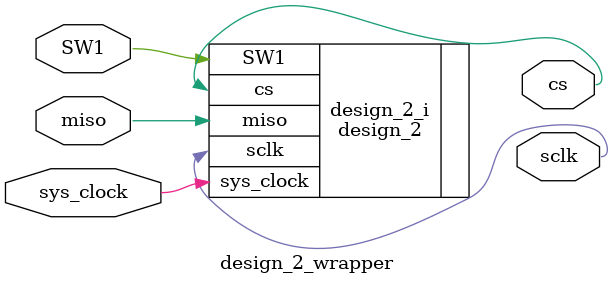
<source format=v>
`timescale 1 ps / 1 ps

module design_2_wrapper
   (SW1,
    cs,
    miso,
    sclk,
    sys_clock);
  input SW1;
  output cs;
  input miso;
  output sclk;
  input sys_clock;

  wire SW1;
  wire cs;
  wire miso;
  wire sclk;
  wire sys_clock;

  design_2 design_2_i
       (.SW1(SW1),
        .cs(cs),
        .miso(miso),
        .sclk(sclk),
        .sys_clock(sys_clock));
endmodule

</source>
